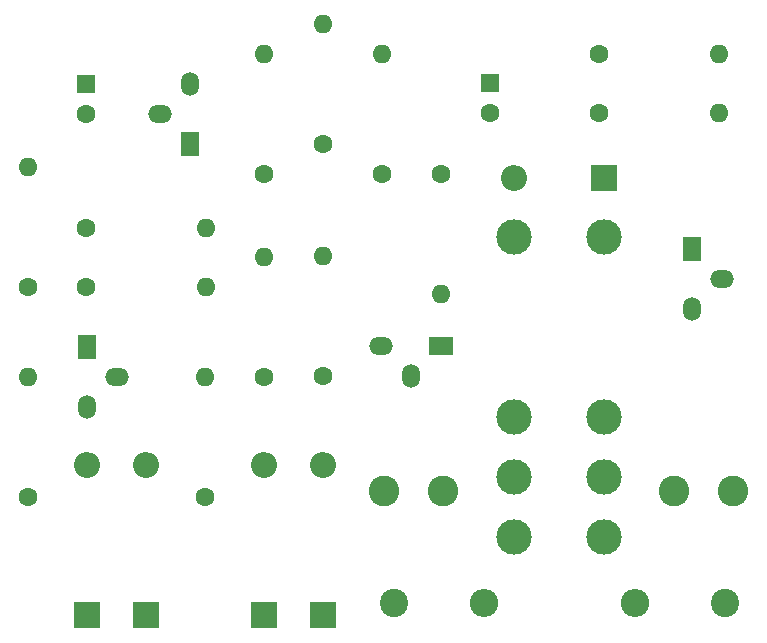
<source format=gts>
G04 #@! TF.GenerationSoftware,KiCad,Pcbnew,(5.1.7)-1*
G04 #@! TF.CreationDate,2022-07-12T08:38:02+02:00*
G04 #@! TF.ProjectId,Relais-Modul,52656c61-6973-42d4-9d6f-64756c2e6b69,rev?*
G04 #@! TF.SameCoordinates,Original*
G04 #@! TF.FileFunction,Soldermask,Top*
G04 #@! TF.FilePolarity,Negative*
%FSLAX46Y46*%
G04 Gerber Fmt 4.6, Leading zero omitted, Abs format (unit mm)*
G04 Created by KiCad (PCBNEW (5.1.7)-1) date 2022-07-12 08:38:02*
%MOMM*%
%LPD*%
G01*
G04 APERTURE LIST*
%ADD10C,2.400000*%
%ADD11O,2.400000X2.400000*%
%ADD12O,2.200000X2.200000*%
%ADD13R,2.200000X2.200000*%
%ADD14O,1.500000X2.000000*%
%ADD15R,1.500000X2.000000*%
%ADD16O,2.000000X1.500000*%
%ADD17R,2.000000X1.500000*%
%ADD18C,1.600000*%
%ADD19O,1.600000X1.600000*%
%ADD20C,2.600000*%
%ADD21R,1.600000X1.600000*%
%ADD22C,3.000000*%
G04 APERTURE END LIST*
D10*
X61750000Y-76500000D03*
D11*
X69370000Y-76500000D03*
D10*
X89750000Y-76500000D03*
D11*
X82130000Y-76500000D03*
D12*
X71880000Y-40500000D03*
D13*
X79500000Y-40500000D03*
D14*
X87000000Y-51580000D03*
D15*
X87000000Y-46500000D03*
D16*
X89540000Y-49040000D03*
D14*
X63210000Y-57290000D03*
D17*
X65750000Y-54750000D03*
D16*
X60670000Y-54750000D03*
X41960000Y-35080000D03*
D15*
X44500000Y-37620000D03*
D14*
X44500000Y-32540000D03*
D16*
X38290000Y-57340000D03*
D15*
X35750000Y-54800000D03*
D14*
X35750000Y-59880000D03*
D18*
X30750000Y-49750000D03*
D19*
X30750000Y-39590000D03*
D18*
X79090000Y-30000000D03*
D19*
X89250000Y-30000000D03*
D18*
X79090000Y-35000000D03*
D19*
X89250000Y-35000000D03*
D18*
X60750000Y-40160000D03*
D19*
X60750000Y-30000000D03*
D18*
X65750000Y-40160000D03*
D19*
X65750000Y-50320000D03*
D18*
X55750000Y-57250000D03*
D19*
X55750000Y-47090000D03*
D18*
X55750000Y-37660000D03*
D19*
X55750000Y-27500000D03*
D18*
X50750000Y-40160000D03*
D19*
X50750000Y-30000000D03*
D18*
X35670000Y-44750000D03*
D19*
X45830000Y-44750000D03*
D18*
X30750000Y-67500000D03*
D19*
X30750000Y-57340000D03*
D18*
X35670000Y-49750000D03*
D19*
X45830000Y-49750000D03*
D18*
X50750000Y-57340000D03*
D19*
X50750000Y-47180000D03*
D18*
X45750000Y-67500000D03*
D19*
X45750000Y-57340000D03*
D20*
X60880000Y-67000000D03*
X65880000Y-67000000D03*
X85500000Y-67000000D03*
X90500000Y-67000000D03*
D12*
X55750000Y-64800000D03*
D13*
X55750000Y-77500000D03*
D12*
X35750000Y-64800000D03*
D13*
X35750000Y-77500000D03*
D12*
X40750000Y-64800000D03*
D13*
X40750000Y-77500000D03*
D12*
X50750000Y-64800000D03*
D13*
X50750000Y-77500000D03*
D21*
X69920000Y-32500000D03*
D18*
X69920000Y-35000000D03*
D21*
X35670000Y-32580000D03*
D18*
X35670000Y-35080000D03*
D22*
X79500000Y-45500000D03*
X71880000Y-45500000D03*
X71880000Y-60740000D03*
X71880000Y-65820000D03*
X71880000Y-70900000D03*
X79500000Y-60740000D03*
X79500000Y-65820000D03*
X79500000Y-70900000D03*
M02*

</source>
